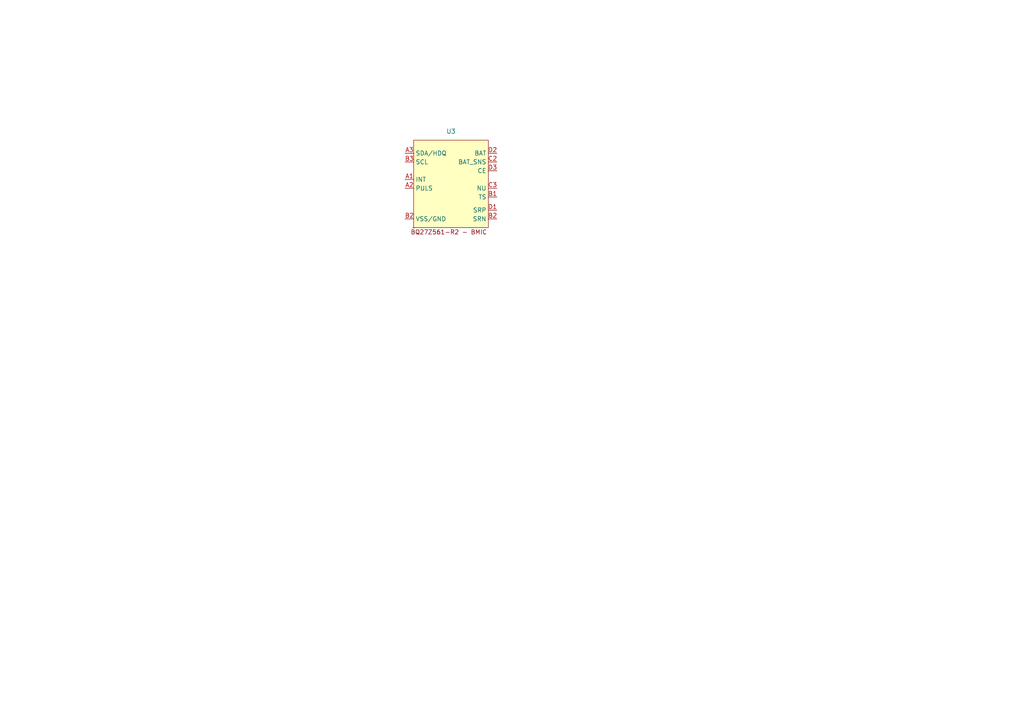
<source format=kicad_sch>
(kicad_sch (version 20230121) (generator eeschema)
  (paper "A4")
  (lib_symbols
    (symbol "CustomSymbols:BQ27Z561-R2"
      (property "Reference" "U" (at 1.27 26.67 0))
      (symbol "BQ27Z561-R2_1_1"
        (rectangle (start 0 25.4) (end 21.59 0) (fill (type background)))
        (text "BQ27Z561-R2 - BMIC\n" (at 10.16 -1.27 0) (effects (font (size 1.27 1.27))))
        (pin input line (at -2.54 13.97 0) (length 2.54) (name "INT") (number "A1"))
        (pin input line (at -2.54 11.43 0) (length 2.54) (name "PULS") (number "A2"))
        (pin input line (at -2.54 21.59 0) (length 2.54) (name "SDA/HDQ") (number "A3"))
        (pin input line (at 24.13 8.89 180) (length 2.54) (name "TS") (number "B1"))
        (pin input line (at 24.13 2.54 180) (length 2.54) (name "SRN") (number "B2"))
        (pin input line (at -2.54 2.54 0) (length 2.54) (name "VSS/GND") (number "B2"))
        (pin input line (at -2.54 19.05 0) (length 2.54) (name "SCL") (number "B3"))
        (pin input line (at 24.13 19.05 180) (length 2.54) (name "BAT_SNS") (number "C2"))
        (pin input line (at 24.13 11.43 180) (length 2.54) (name "NU") (number "C3"))
        (pin input line (at 24.13 5.08 180) (length 2.54) (name "SRP") (number "D1"))
        (pin input line (at 24.13 21.59 180) (length 2.54) (name "BAT") (number "D2"))
        (pin input line (at 24.13 16.51 180) (length 2.54) (name "CE") (number "D3"))
      )
    )
  )
  (symbol (lib_id "CustomSymbols:BQ27Z561-R2") (at 120.015 66.04 0) (unit 1)
    (property "Reference" "U3" (at 130.81 38.1 0))
    (property "Value" "~" (at 120.015 66.04 0))
  )
)
</source>
